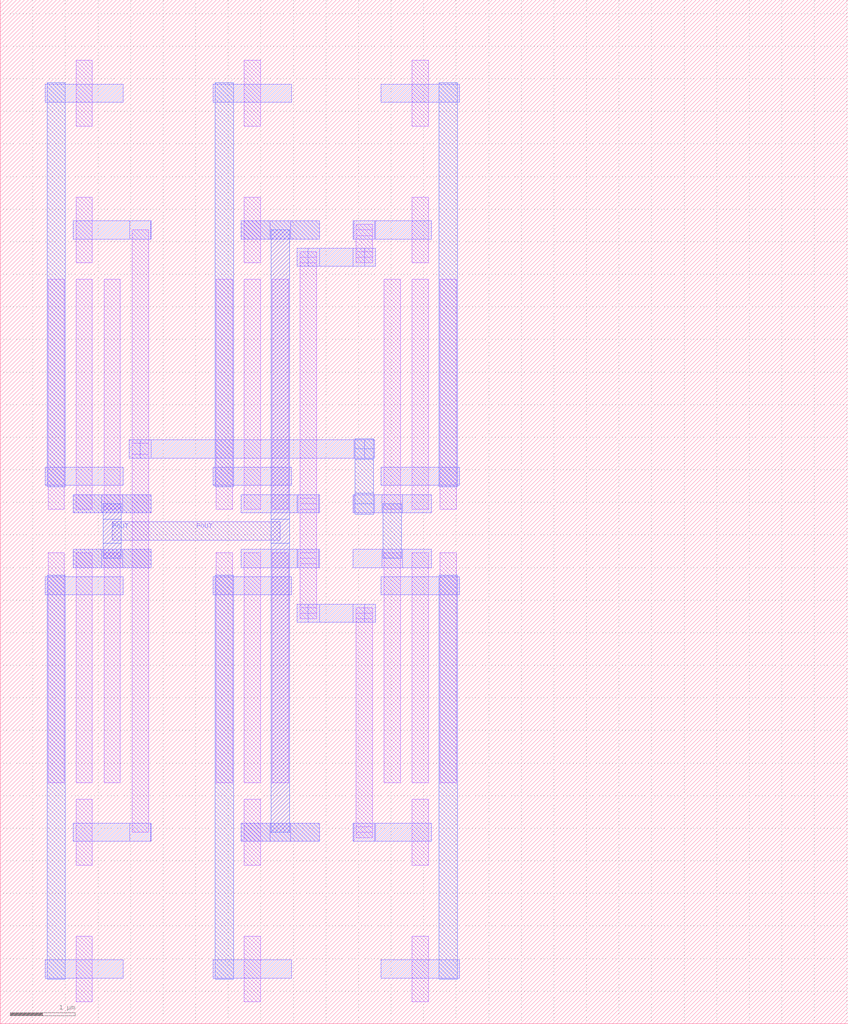
<source format=lef>
MACRO RING_OSC1
  ORIGIN 0 0 ;
  FOREIGN RING_OSC1 0 0 ;
  SIZE 13.02 BY 15.71 ;
  PIN FOUT
    DIRECTION INOUT ;
    USE SIGNAL ;
    PORT 
      LAYER M2 ;
        RECT 3.7 2.8 4.9 3.08 ;
      LAYER M2 ;
        RECT 3.7 12.04 4.9 12.32 ;
      LAYER M2 ;
        RECT 4.14 2.8 4.46 3.08 ;
      LAYER M3 ;
        RECT 4.16 2.94 4.44 12.18 ;
      LAYER M2 ;
        RECT 4.14 12.04 4.46 12.32 ;
      LAYER M2 ;
        RECT 1.12 7 2.32 7.28 ;
      LAYER M2 ;
        RECT 1.12 7.84 2.32 8.12 ;
      LAYER M2 ;
        RECT 1.56 7 1.88 7.28 ;
      LAYER M3 ;
        RECT 1.58 7.14 1.86 7.98 ;
      LAYER M2 ;
        RECT 1.56 7.84 1.88 8.12 ;
      LAYER M3 ;
        RECT 4.16 7.375 4.44 7.745 ;
      LAYER M2 ;
        RECT 1.72 7.42 4.3 7.7 ;
      LAYER M3 ;
        RECT 1.58 7.375 1.86 7.745 ;
    END
  END FOUT
  OBS 
  LAYER M2 ;
        RECT 1.12 2.8 2.32 3.08 ;
  LAYER M2 ;
        RECT 1.12 12.04 2.32 12.32 ;
  LAYER M2 ;
        RECT 1.99 2.8 2.31 3.08 ;
  LAYER M1 ;
        RECT 2.025 2.94 2.275 12.18 ;
  LAYER M2 ;
        RECT 1.99 12.04 2.31 12.32 ;
  LAYER M2 ;
        RECT 5.42 7 6.62 7.28 ;
  LAYER M2 ;
        RECT 5.42 7.84 6.62 8.12 ;
  LAYER M2 ;
        RECT 5.86 7 6.18 7.28 ;
  LAYER M3 ;
        RECT 5.88 7.14 6.16 7.98 ;
  LAYER M2 ;
        RECT 5.86 7.84 6.18 8.12 ;
  LAYER M1 ;
        RECT 2.025 8.735 2.275 8.905 ;
  LAYER M2 ;
        RECT 2.15 8.68 5.59 8.96 ;
  LAYER M3 ;
        RECT 5.45 7.98 5.73 8.82 ;
  LAYER M2 ;
        RECT 5.43 7.84 5.75 8.12 ;
  LAYER M1 ;
        RECT 2.025 8.735 2.275 8.905 ;
  LAYER M2 ;
        RECT 1.98 8.68 2.32 8.96 ;
  LAYER M2 ;
        RECT 5.43 7.84 5.75 8.12 ;
  LAYER M3 ;
        RECT 5.45 7.82 5.73 8.14 ;
  LAYER M2 ;
        RECT 5.43 8.68 5.75 8.96 ;
  LAYER M3 ;
        RECT 5.45 8.66 5.73 8.98 ;
  LAYER M1 ;
        RECT 2.025 8.735 2.275 8.905 ;
  LAYER M2 ;
        RECT 1.98 8.68 2.32 8.96 ;
  LAYER M2 ;
        RECT 5.43 7.84 5.75 8.12 ;
  LAYER M3 ;
        RECT 5.45 7.82 5.73 8.14 ;
  LAYER M2 ;
        RECT 5.43 8.68 5.75 8.96 ;
  LAYER M3 ;
        RECT 5.45 8.66 5.73 8.98 ;
  LAYER M2 ;
        RECT 5.42 2.8 6.62 3.08 ;
  LAYER M2 ;
        RECT 3.7 7 4.9 7.28 ;
  LAYER M2 ;
        RECT 3.7 7.84 4.9 8.12 ;
  LAYER M2 ;
        RECT 5.42 12.04 6.62 12.32 ;
  LAYER M2 ;
        RECT 5.43 2.8 5.75 3.08 ;
  LAYER M1 ;
        RECT 5.465 2.94 5.715 6.3 ;
  LAYER M2 ;
        RECT 4.73 6.16 5.59 6.44 ;
  LAYER M1 ;
        RECT 4.605 6.3 4.855 7.14 ;
  LAYER M2 ;
        RECT 4.57 7 4.89 7.28 ;
  LAYER M1 ;
        RECT 4.605 7.14 4.855 7.98 ;
  LAYER M2 ;
        RECT 4.57 7.84 4.89 8.12 ;
  LAYER M1 ;
        RECT 4.605 7.98 4.855 11.76 ;
  LAYER M2 ;
        RECT 4.73 11.62 5.59 11.9 ;
  LAYER M1 ;
        RECT 5.465 11.76 5.715 12.18 ;
  LAYER M2 ;
        RECT 5.43 12.04 5.75 12.32 ;
  LAYER M1 ;
        RECT 4.605 6.215 4.855 6.385 ;
  LAYER M2 ;
        RECT 4.56 6.16 4.9 6.44 ;
  LAYER M1 ;
        RECT 4.605 7.055 4.855 7.225 ;
  LAYER M2 ;
        RECT 4.56 7 4.9 7.28 ;
  LAYER M1 ;
        RECT 5.465 2.855 5.715 3.025 ;
  LAYER M2 ;
        RECT 5.42 2.8 5.76 3.08 ;
  LAYER M1 ;
        RECT 5.465 6.215 5.715 6.385 ;
  LAYER M2 ;
        RECT 5.42 6.16 5.76 6.44 ;
  LAYER M1 ;
        RECT 4.605 6.215 4.855 6.385 ;
  LAYER M2 ;
        RECT 4.56 6.16 4.9 6.44 ;
  LAYER M1 ;
        RECT 4.605 7.055 4.855 7.225 ;
  LAYER M2 ;
        RECT 4.56 7 4.9 7.28 ;
  LAYER M1 ;
        RECT 5.465 2.855 5.715 3.025 ;
  LAYER M2 ;
        RECT 5.42 2.8 5.76 3.08 ;
  LAYER M1 ;
        RECT 5.465 6.215 5.715 6.385 ;
  LAYER M2 ;
        RECT 5.42 6.16 5.76 6.44 ;
  LAYER M1 ;
        RECT 4.605 6.215 4.855 6.385 ;
  LAYER M2 ;
        RECT 4.56 6.16 4.9 6.44 ;
  LAYER M1 ;
        RECT 4.605 7.055 4.855 7.225 ;
  LAYER M2 ;
        RECT 4.56 7 4.9 7.28 ;
  LAYER M1 ;
        RECT 4.605 7.895 4.855 8.065 ;
  LAYER M2 ;
        RECT 4.56 7.84 4.9 8.12 ;
  LAYER M1 ;
        RECT 5.465 2.855 5.715 3.025 ;
  LAYER M2 ;
        RECT 5.42 2.8 5.76 3.08 ;
  LAYER M1 ;
        RECT 5.465 6.215 5.715 6.385 ;
  LAYER M2 ;
        RECT 5.42 6.16 5.76 6.44 ;
  LAYER M1 ;
        RECT 4.605 6.215 4.855 6.385 ;
  LAYER M2 ;
        RECT 4.56 6.16 4.9 6.44 ;
  LAYER M1 ;
        RECT 4.605 7.055 4.855 7.225 ;
  LAYER M2 ;
        RECT 4.56 7 4.9 7.28 ;
  LAYER M1 ;
        RECT 4.605 7.895 4.855 8.065 ;
  LAYER M2 ;
        RECT 4.56 7.84 4.9 8.12 ;
  LAYER M1 ;
        RECT 5.465 2.855 5.715 3.025 ;
  LAYER M2 ;
        RECT 5.42 2.8 5.76 3.08 ;
  LAYER M1 ;
        RECT 5.465 6.215 5.715 6.385 ;
  LAYER M2 ;
        RECT 5.42 6.16 5.76 6.44 ;
  LAYER M1 ;
        RECT 4.605 6.215 4.855 6.385 ;
  LAYER M2 ;
        RECT 4.56 6.16 4.9 6.44 ;
  LAYER M1 ;
        RECT 4.605 7.055 4.855 7.225 ;
  LAYER M2 ;
        RECT 4.56 7 4.9 7.28 ;
  LAYER M1 ;
        RECT 4.605 7.895 4.855 8.065 ;
  LAYER M2 ;
        RECT 4.56 7.84 4.9 8.12 ;
  LAYER M1 ;
        RECT 4.605 11.675 4.855 11.845 ;
  LAYER M2 ;
        RECT 4.56 11.62 4.9 11.9 ;
  LAYER M1 ;
        RECT 5.465 2.855 5.715 3.025 ;
  LAYER M2 ;
        RECT 5.42 2.8 5.76 3.08 ;
  LAYER M1 ;
        RECT 5.465 6.215 5.715 6.385 ;
  LAYER M2 ;
        RECT 5.42 6.16 5.76 6.44 ;
  LAYER M1 ;
        RECT 5.465 11.675 5.715 11.845 ;
  LAYER M2 ;
        RECT 5.42 11.62 5.76 11.9 ;
  LAYER M1 ;
        RECT 5.465 12.095 5.715 12.265 ;
  LAYER M2 ;
        RECT 5.42 12.04 5.76 12.32 ;
  LAYER M1 ;
        RECT 4.605 6.215 4.855 6.385 ;
  LAYER M2 ;
        RECT 4.56 6.16 4.9 6.44 ;
  LAYER M1 ;
        RECT 4.605 7.055 4.855 7.225 ;
  LAYER M2 ;
        RECT 4.56 7 4.9 7.28 ;
  LAYER M1 ;
        RECT 4.605 7.895 4.855 8.065 ;
  LAYER M2 ;
        RECT 4.56 7.84 4.9 8.12 ;
  LAYER M1 ;
        RECT 4.605 11.675 4.855 11.845 ;
  LAYER M2 ;
        RECT 4.56 11.62 4.9 11.9 ;
  LAYER M1 ;
        RECT 5.465 2.855 5.715 3.025 ;
  LAYER M2 ;
        RECT 5.42 2.8 5.76 3.08 ;
  LAYER M1 ;
        RECT 5.465 6.215 5.715 6.385 ;
  LAYER M2 ;
        RECT 5.42 6.16 5.76 6.44 ;
  LAYER M1 ;
        RECT 5.465 11.675 5.715 11.845 ;
  LAYER M2 ;
        RECT 5.42 11.62 5.76 11.9 ;
  LAYER M1 ;
        RECT 5.465 12.095 5.715 12.265 ;
  LAYER M2 ;
        RECT 5.42 12.04 5.76 12.32 ;
  LAYER M1 ;
        RECT 3.745 3.695 3.995 7.225 ;
  LAYER M1 ;
        RECT 3.745 2.435 3.995 3.445 ;
  LAYER M1 ;
        RECT 3.745 0.335 3.995 1.345 ;
  LAYER M1 ;
        RECT 4.175 3.695 4.425 7.225 ;
  LAYER M1 ;
        RECT 3.315 3.695 3.565 7.225 ;
  LAYER M2 ;
        RECT 3.27 6.58 4.47 6.86 ;
  LAYER M2 ;
        RECT 3.27 0.7 4.47 0.98 ;
  LAYER M2 ;
        RECT 3.7 7 4.9 7.28 ;
  LAYER M2 ;
        RECT 3.7 2.8 4.9 3.08 ;
  LAYER M3 ;
        RECT 3.3 0.68 3.58 6.88 ;
  LAYER M1 ;
        RECT 6.325 3.695 6.575 7.225 ;
  LAYER M1 ;
        RECT 6.325 2.435 6.575 3.445 ;
  LAYER M1 ;
        RECT 6.325 0.335 6.575 1.345 ;
  LAYER M1 ;
        RECT 5.895 3.695 6.145 7.225 ;
  LAYER M1 ;
        RECT 6.755 3.695 7.005 7.225 ;
  LAYER M2 ;
        RECT 5.85 6.58 7.05 6.86 ;
  LAYER M2 ;
        RECT 5.85 0.7 7.05 0.98 ;
  LAYER M2 ;
        RECT 5.42 7 6.62 7.28 ;
  LAYER M2 ;
        RECT 5.42 2.8 6.62 3.08 ;
  LAYER M3 ;
        RECT 6.74 0.68 7.02 6.88 ;
  LAYER M1 ;
        RECT 3.745 7.895 3.995 11.425 ;
  LAYER M1 ;
        RECT 3.745 11.675 3.995 12.685 ;
  LAYER M1 ;
        RECT 3.745 13.775 3.995 14.785 ;
  LAYER M1 ;
        RECT 4.175 7.895 4.425 11.425 ;
  LAYER M1 ;
        RECT 3.315 7.895 3.565 11.425 ;
  LAYER M2 ;
        RECT 3.27 8.26 4.47 8.54 ;
  LAYER M2 ;
        RECT 3.27 14.14 4.47 14.42 ;
  LAYER M2 ;
        RECT 3.7 7.84 4.9 8.12 ;
  LAYER M2 ;
        RECT 3.7 12.04 4.9 12.32 ;
  LAYER M3 ;
        RECT 3.3 8.24 3.58 14.44 ;
  LAYER M1 ;
        RECT 6.325 7.895 6.575 11.425 ;
  LAYER M1 ;
        RECT 6.325 11.675 6.575 12.685 ;
  LAYER M1 ;
        RECT 6.325 13.775 6.575 14.785 ;
  LAYER M1 ;
        RECT 5.895 7.895 6.145 11.425 ;
  LAYER M1 ;
        RECT 6.755 7.895 7.005 11.425 ;
  LAYER M2 ;
        RECT 5.85 8.26 7.05 8.54 ;
  LAYER M2 ;
        RECT 5.85 14.14 7.05 14.42 ;
  LAYER M2 ;
        RECT 5.42 7.84 6.62 8.12 ;
  LAYER M2 ;
        RECT 5.42 12.04 6.62 12.32 ;
  LAYER M3 ;
        RECT 6.74 8.24 7.02 14.44 ;
  LAYER M1 ;
        RECT 1.165 3.695 1.415 7.225 ;
  LAYER M1 ;
        RECT 1.165 2.435 1.415 3.445 ;
  LAYER M1 ;
        RECT 1.165 0.335 1.415 1.345 ;
  LAYER M1 ;
        RECT 1.595 3.695 1.845 7.225 ;
  LAYER M1 ;
        RECT 0.735 3.695 0.985 7.225 ;
  LAYER M2 ;
        RECT 0.69 6.58 1.89 6.86 ;
  LAYER M2 ;
        RECT 0.69 0.7 1.89 0.98 ;
  LAYER M2 ;
        RECT 1.12 7 2.32 7.28 ;
  LAYER M2 ;
        RECT 1.12 2.8 2.32 3.08 ;
  LAYER M3 ;
        RECT 0.72 0.68 1 6.88 ;
  LAYER M1 ;
        RECT 1.165 7.895 1.415 11.425 ;
  LAYER M1 ;
        RECT 1.165 11.675 1.415 12.685 ;
  LAYER M1 ;
        RECT 1.165 13.775 1.415 14.785 ;
  LAYER M1 ;
        RECT 1.595 7.895 1.845 11.425 ;
  LAYER M1 ;
        RECT 0.735 7.895 0.985 11.425 ;
  LAYER M2 ;
        RECT 0.69 8.26 1.89 8.54 ;
  LAYER M2 ;
        RECT 0.69 14.14 1.89 14.42 ;
  LAYER M2 ;
        RECT 1.12 7.84 2.32 8.12 ;
  LAYER M2 ;
        RECT 1.12 12.04 2.32 12.32 ;
  LAYER M3 ;
        RECT 0.72 8.24 1 14.44 ;
  END 
END RING_OSC1

</source>
